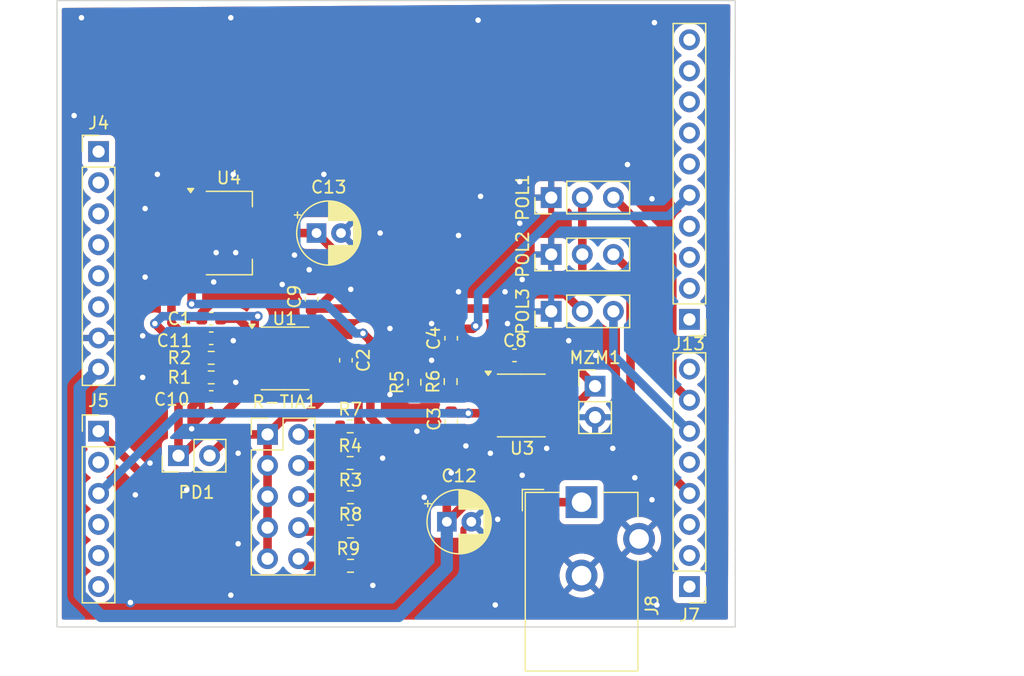
<source format=kicad_pcb>
(kicad_pcb (version 20240108) (generator "pcbnew") (generator_version "8.0")
  (title_block (rev "1"))
  (layers (0 "F.Cu" signal "Front") (31 "B.Cu" signal "Back") (34 "B.Paste" user) (35 "F.Paste" user) (36 "B.SilkS" user "B.Silkscreen") (37 "F.SilkS" user "F.Silkscreen") (38 "B.Mask" user) (39 "F.Mask" user) (44 "Edge.Cuts" user))
  (net 0 "")
  (net 1 "PhotoIn-")
  (net 2 "GND")
  (net 3 "TIAout")
  (net 4 "PhotoIn+")
  (net 5 "DCbias")
  (net 6 "MZMBiasOut")
  (net 7 "ACbias")
  (net 8 "5V")
  (net 9 "12V")
  (net 10 "Net-(U1A-+)")
  (net 11 "Net-(J7-Pin_6)")
  (net 25 "Net-(J7-Pin_4)")
  (net 26 "Net-(R-TIA1-Pin_2)")
  (net 27 "Net-(R-TIA1-Pin_8)")
  (net 28 "Net-(R-TIA1-Pin_10)")
  (net 29 "Net-(R-TIA1-Pin_4)")
  (net 34 "Net-(J7-Pin_7)")
  (net 37 "Net-(R-TIA1-Pin_6)")
  (net 44 "Net-(U3--)")
  (footprint "Connector_PinHeader_2.54mm:PinHeader_1x02_P2.54mm_Vertical" (layer "F.Cu") (at 131.295 112.455)
    (property "Reference" "MZM1" (at 0 -2.33 0) (layer "F.SilkS"))
    (property "Value" "Conn_01x02_2,54mm")
    (pad "1" thru_hole rect (at 0 0) (size 1.7 1.7) (drill 1) (layers "*.Cu" "*.Mask") (net 6 "MZMBiasOut"))
    (pad "2" thru_hole oval (at 0 2.54) (size 1.7 1.7) (drill 1) (layers "*.Cu" "*.Mask") (net 2 "GND"))
  )
  (footprint "Capacitor_SMD:C_0603_1608Metric" (layer "F.Cu") (at 119.54 108.54 90)
    (property "Reference" "C4" (at 0 -1.43 90) (layer "F.SilkS"))
    (property "Value" "100nF_0603")
    (pad "1" smd roundrect (at -0.775 0 90) (size 0.9 0.95) (layers "F.Cu" "F.Paste" "F.Mask") (net 6 "MZMBiasOut"))
    (pad "2" smd roundrect (at 0.775 0 90) (size 0.9 0.95) (layers "F.Cu" "F.Paste" "F.Mask") (net 7 "ACbias"))
  )
  (footprint "Package_SO:SOIC-8-1EP_3.9x4.9mm_P1.27mm_EP2.29x3mm" (layer "F.Cu") (at 105.97 110.19)
    (property "Reference" "U1" (at -0.03 -3.25 0) (layer "F.SilkS"))
    (property "Value" "ADA4625-2ARDZ")
    (pad "1" smd roundrect (at -2.475 -1.905) (size 1.95 0.6) (layers "F.Cu" "F.Paste" "F.Mask") (net 1 "PhotoIn-"))
    (pad "2" smd roundrect (at -2.475 -0.635) (size 1.95 0.6) (layers "F.Cu" "F.Paste" "F.Mask") (net 1 "PhotoIn-"))
    (pad "3" smd roundrect (at -2.475 0.635) (size 1.95 0.6) (layers "F.Cu" "F.Paste" "F.Mask") (net 10 "Net-(U1A-+)"))
    (pad "4" smd roundrect (at -2.475 1.905) (size 1.95 0.6) (layers "F.Cu" "F.Paste" "F.Mask") (net 2 "GND"))
    (pad "5" smd roundrect (at 2.475 1.905) (size 1.95 0.6) (layers "F.Cu" "F.Paste" "F.Mask") (net 1 "PhotoIn-"))
    (pad "6" smd roundrect (at 2.475 0.635) (size 1.95 0.6) (layers "F.Cu" "F.Paste" "F.Mask") (net 4 "PhotoIn+"))
    (pad "7" smd roundrect (at 2.475 -0.635) (size 1.95 0.6) (layers "F.Cu" "F.Paste" "F.Mask") (net 3 "TIAout"))
    (pad "8" smd roundrect (at 2.475 -1.905) (size 1.95 0.6) (layers "F.Cu" "F.Paste" "F.Mask") (net 8 "5V"))
    (pad "9" smd rect (at 0 0) (size 2.29 3) (property pad_prop_heatsink) (layers "F.Cu" "F.Mask"))
  )
  (footprint "Package_SO:SOIC-8_3.9x4.9mm_P1.27mm" (layer "F.Cu") (at 125.265 114.035)
    (property "Reference" "U3" (at 0.075 3.505 0) (layer "F.SilkS"))
    (property "Value" "OPA197xD")
    (pad "1" smd roundrect (at -2.475 -1.905) (size 1.95 0.6) (layers "F.Cu" "F.Paste" "F.Mask"))
    (pad "2" smd roundrect (at -2.475 -0.635) (size 1.95 0.6) (layers "F.Cu" "F.Paste" "F.Mask") (net 44 "Net-(U3--)"))
    (pad "3" smd roundrect (at -2.475 0.635) (size 1.95 0.6) (layers "F.Cu" "F.Paste" "F.Mask") (net 5 "DCbias"))
    (pad "4" smd roundrect (at -2.475 1.905) (size 1.95 0.6) (layers "F.Cu" "F.Paste" "F.Mask") (net 2 "GND"))
    (pad "5" smd roundrect (at 2.475 1.905) (size 1.95 0.6) (layers "F.Cu" "F.Paste" "F.Mask"))
    (pad "6" smd roundrect (at 2.475 0.635) (size 1.95 0.6) (layers "F.Cu" "F.Paste" "F.Mask") (net 6 "MZMBiasOut"))
    (pad "7" smd roundrect (at 2.475 -0.635) (size 1.95 0.6) (layers "F.Cu" "F.Paste" "F.Mask") (net 9 "12V"))
    (pad "8" smd roundrect (at 2.475 -1.905) (size 1.95 0.6) (layers "F.Cu" "F.Paste" "F.Mask"))
  )
  (footprint "Resistor_SMD:R_0603_1608Metric" (layer "F.Cu") (at 111.315 127.14 180)
    (property "Reference" "R9" (at 0.175 1.4 0) (layer "F.SilkS"))
    (property "Value" "47K")
    (pad "1" smd roundrect (at -0.825 0 180) (size 0.8 0.95) (layers "F.Cu" "F.Paste" "F.Mask") (net 3 "TIAout"))
    (pad "2" smd roundrect (at 0.825 0 180) (size 0.8 0.95) (layers "F.Cu" "F.Paste" "F.Mask") (net 28 "Net-(R-TIA1-Pin_10)"))
  )
  (footprint "Resistor_SMD:R_0603_1608Metric" (layer "F.Cu") (at 99.94 110.14 180)
    (property "Reference" "R2" (at 2.6 0 0) (layer "F.SilkS"))
    (property "Value" "47K")
    (pad "1" smd roundrect (at -0.825 0 180) (size 0.8 0.95) (layers "F.Cu" "F.Paste" "F.Mask") (net 10 "Net-(U1A-+)"))
    (pad "2" smd roundrect (at 0.825 0 180) (size 0.8 0.95) (layers "F.Cu" "F.Paste" "F.Mask") (net 8 "5V"))
  )
  (footprint "Resistor_SMD:R_0603_1608Metric" (layer "F.Cu") (at 99.94 111.74)
    (property "Reference" "R1" (at -2.6 0 0) (layer "F.SilkS"))
    (property "Value" "120K")
    (pad "1" smd roundrect (at -0.825 0) (size 0.8 0.95) (layers "F.Cu" "F.Paste" "F.Mask") (net 2 "GND"))
    (pad "2" smd roundrect (at 0.825 0) (size 0.8 0.95) (layers "F.Cu" "F.Paste" "F.Mask") (net 10 "Net-(U1A-+)"))
  )
  (footprint "Connector_PinHeader_2.54mm:PinHeader_1x03_P2.54mm_Vertical" (layer "F.Cu") (at 127.71 101.69 90)
    (property "Reference" "POL2" (at 0 -2.33 90) (layer "F.SilkS"))
    (property "Value" "Conn_01x03_2,54mm")
    (pad "1" thru_hole rect (at 0 0 90) (size 1.7 1.7) (drill 1) (layers "*.Cu" "*.Mask") (net 2 "GND"))
    (pad "2" thru_hole oval (at 0 2.54 90) (size 1.7 1.7) (drill 1) (layers "*.Cu" "*.Mask") (net 8 "5V"))
    (pad "3" thru_hole oval (at 0 5.08 90) (size 1.7 1.7) (drill 1) (layers "*.Cu" "*.Mask") (net 25 "Net-(J7-Pin_4)"))
  )
  (footprint "Resistor_SMD:R_0603_1608Metric" (layer "F.Cu") (at 116.54 112.14 90)
    (property "Reference" "R5" (at 0 -1.43 90) (layer "F.SilkS"))
    (property "Value" "22K")
    (pad "1" smd roundrect (at -0.825 0 90) (size 0.8 0.95) (layers "F.Cu" "F.Paste" "F.Mask") (net 44 "Net-(U3--)"))
    (pad "2" smd roundrect (at 0.825 0 90) (size 0.8 0.95) (layers "F.Cu" "F.Paste" "F.Mask") (net 2 "GND"))
  )
  (footprint "Resistor_SMD:R_0603_1608Metric" (layer "F.Cu") (at 111.315 124.34 180)
    (property "Reference" "R8" (at 0 1.4 0) (layer "F.SilkS"))
    (property "Value" "33K")
    (pad "1" smd roundrect (at -0.825 0 180) (size 0.8 0.95) (layers "F.Cu" "F.Paste" "F.Mask") (net 3 "TIAout"))
    (pad "2" smd roundrect (at 0.825 0 180) (size 0.8 0.95) (layers "F.Cu" "F.Paste" "F.Mask") (net 27 "Net-(R-TIA1-Pin_8)"))
  )
  (footprint "Connector_PinHeader_2.54mm:PinHeader_1x10_P2.54mm_Vertical" (layer "F.Cu") (at 139 107 180)
    (property "Reference" "J13" (at 0.06 -2.01 0) (layer "F.SilkS"))
    (property "Value" "Conn_01x10_2,54mm")
    (pad "1" thru_hole rect (at 0 0 180) (size 1.7 1.7) (drill 1) (layers "*.Cu" "*.Mask"))
    (pad "2" thru_hole oval (at 0 2.54 180) (size 1.7 1.7) (drill 1) (layers "*.Cu" "*.Mask"))
    (pad "3" thru_hole oval (at 0 5.08 180) (size 1.7 1.7) (drill 1) (layers "*.Cu" "*.Mask"))
    (pad "4" thru_hole oval (at 0 7.62 180) (size 1.7 1.7) (drill 1) (layers "*.Cu" "*.Mask"))
    (pad "5" thru_hole oval (at 0 10.16 180) (size 1.7 1.7) (drill 1) (layers "*.Cu" "*.Mask") (net 7 "ACbias"))
    (pad "6" thru_hole oval (at 0 12.7 180) (size 1.7 1.7) (drill 1) (layers "*.Cu" "*.Mask"))
    (pad "7" thru_hole oval (at 0 15.24 180) (size 1.7 1.7) (drill 1) (layers "*.Cu" "*.Mask"))
    (pad "8" thru_hole oval (at 0 17.78 180) (size 1.7 1.7) (drill 1) (layers "*.Cu" "*.Mask"))
    (pad "9" thru_hole oval (at 0 20.32 180) (size 1.7 1.7) (drill 1) (layers "*.Cu" "*.Mask"))
    (pad "10" thru_hole oval (at 0 22.86 180) (size 1.7 1.7) (drill 1) (layers "*.Cu" "*.Mask"))
  )
  (footprint "Package_TO_SOT_SMD:SOT-223-3_TabPin2" (layer "F.Cu") (at 101.39 99.94)
    (property "Reference" "U4" (at 0 -4.5 0) (layer "F.SilkS"))
    (property "Value" "LD1117S50TR_SOT223")
    (pad "1" smd roundrect (at -3.15 -2.3) (size 2 1.5) (layers "F.Cu" "F.Paste" "F.Mask") (net 2 "GND"))
    (pad "2" smd roundrect (at -3.15 0) (size 2 1.5) (layers "F.Cu" "F.Paste" "F.Mask") (net 8 "5V"))
    (pad "2" smd roundrect (at 3.15 0) (size 2 3.8) (layers "F.Cu" "F.Paste" "F.Mask") (net 8 "5V"))
    (pad "3" smd roundrect (at -3.15 2.3) (size 2 1.5) (layers "F.Cu" "F.Paste" "F.Mask") (net 9 "12V"))
  )
  (footprint "Connector_PinHeader_2.54mm:PinHeader_1x03_P2.54mm_Vertical" (layer "F.Cu") (at 127.71 106.34 90)
    (property "Reference" "POL3" (at 0 -2.33 90) (layer "F.SilkS"))
    (property "Value" "Conn_01x03_2,54mm")
    (pad "1" thru_hole rect (at 0 0 90) (size 1.7 1.7) (drill 1) (layers "*.Cu" "*.Mask") (net 2 "GND"))
    (pad "2" thru_hole oval (at 0 2.54 90) (size 1.7 1.7) (drill 1) (layers "*.Cu" "*.Mask") (net 8 "5V"))
    (pad "3" thru_hole oval (at 0 5.08 90) (size 1.7 1.7) (drill 1) (layers "*.Cu" "*.Mask") (net 11 "Net-(J7-Pin_6)"))
  )
  (footprint "Connector_PinHeader_2.54mm:PinHeader_2x05_P2.54mm_Vertical" (layer "F.Cu") (at 104.54 116.4)
    (property "Reference" "R-TIA1" (at 1.4 -2.66 0) (layer "F.SilkS"))
    (property "Value" "Conn_02x05_2,54mm")
    (pad "1" thru_hole rect (at 0 0) (size 1.7 1.7) (drill 1) (layers "*.Cu" "*.Mask") (net 4 "PhotoIn+"))
    (pad "2" thru_hole oval (at 2.54 0) (size 1.7 1.7) (drill 1) (layers "*.Cu" "*.Mask") (net 26 "Net-(R-TIA1-Pin_2)"))
    (pad "3" thru_hole oval (at 0 2.54) (size 1.7 1.7) (drill 1) (layers "*.Cu" "*.Mask") (net 4 "PhotoIn+"))
    (pad "4" thru_hole oval (at 2.54 2.54) (size 1.7 1.7) (drill 1) (layers "*.Cu" "*.Mask") (net 29 "Net-(R-TIA1-Pin_4)"))
    (pad "5" thru_hole oval (at 0 5.08) (size 1.7 1.7) (drill 1) (layers "*.Cu" "*.Mask") (net 4 "PhotoIn+"))
    (pad "6" thru_hole oval (at 2.54 5.08) (size 1.7 1.7) (drill 1) (layers "*.Cu" "*.Mask") (net 37 "Net-(R-TIA1-Pin_6)"))
    (pad "7" thru_hole oval (at 0 7.62) (size 1.7 1.7) (drill 1) (layers "*.Cu" "*.Mask") (net 4 "PhotoIn+"))
    (pad "8" thru_hole oval (at 2.54 7.62) (size 1.7 1.7) (drill 1) (layers "*.Cu" "*.Mask") (net 27 "Net-(R-TIA1-Pin_8)"))
    (pad "9" thru_hole oval (at 0 10.16) (size 1.7 1.7) (drill 1) (layers "*.Cu" "*.Mask") (net 4 "PhotoIn+"))
    (pad "10" thru_hole oval (at 2.54 10.16) (size 1.7 1.7) (drill 1) (layers "*.Cu" "*.Mask") (net 28 "Net-(R-TIA1-Pin_10)"))
  )
  (footprint "Capacitor_THT:CP_Radial_D5.0mm_P2.00mm" (layer "F.Cu") (at 108.54 99.94)
    (property "Reference" "C13" (at 1 -3.75 0) (layer "F.SilkS"))
    (property "Value" "22µF/50V")
    (pad "1" thru_hole rect (at 0 0) (size 1.6 1.6) (drill 0.8) (layers "*.Cu" "*.Mask") (net 8 "5V"))
    (pad "2" thru_hole circle (at 2 0) (size 1.6 1.6) (drill 0.8) (layers "*.Cu" "*.Mask") (net 2 "GND"))
  )
  (footprint "Connector_BarrelJack:BarrelJack_CUI_PJ-102AH_Horizontal" (layer "F.Cu") (at 130.19 121.94)
    (property "Reference" "J8" (at 5.75 8.45 90) (layer "F.SilkS"))
    (property "Value" "DC_Jack_2.5mm")
    (pad "1" thru_hole rect (at 0 0) (size 2.6 2.6) (drill 1.6) (layers "*.Cu" "*.Mask") (net 9 "12V"))
    (pad "2" thru_hole circle (at 0 6) (size 2.6 2.6) (drill 1.6) (layers "*.Cu" "*.Mask") (net 2 "GND"))
    (pad "3" thru_hole circle (at 4.7 3) (size 2.6 2.6) (drill 1.6) (layers "*.Cu" "*.Mask") (net 2 "GND"))
  )
  (footprint "Connector_PinHeader_2.54mm:PinHeader_1x02_P2.54mm_Vertical" (layer "F.Cu") (at 97.265 118.14 90)
    (property "Reference" "PD1" (at -3 1.475 180) (layer "F.SilkS"))
    (property "Value" "Conn_01x02_2,54mm")
    (pad "1" thru_hole rect (at 0 0 90) (size 1.7 1.7) (drill 1) (layers "*.Cu" "*.Mask") (net 1 "PhotoIn-"))
    (pad "2" thru_hole oval (at 0 2.54 90) (size 1.7 1.7) (drill 1) (layers "*.Cu" "*.Mask") (net 4 "PhotoIn+"))
  )
  (footprint "Capacitor_SMD:C_0603_1608Metric" (layer "F.Cu") (at 108.14 105.34 90)
    (property "Reference" "C9" (at 0.2 -1.4 90) (layer "F.SilkS"))
    (property "Value" "100nF_0603")
    (pad "1" smd roundrect (at -0.775 0 90) (size 0.9 0.95) (layers "F.Cu" "F.Paste" "F.Mask") (net 8 "5V"))
    (pad "2" smd roundrect (at 0.775 0 90) (size 0.9 0.95) (layers "F.Cu" "F.Paste" "F.Mask") (net 2 "GND"))
  )
  (footprint "Capacitor_SMD:C_0603_1608Metric" (layer "F.Cu") (at 119.54 115.34 -90)
    (property "Reference" "C3" (at -0.2 1.4 90) (layer "F.SilkS"))
    (property "Value" "100nF_0603")
    (pad "1" smd roundrect (at -0.775 0 270) (size 0.9 0.95) (layers "F.Cu" "F.Paste" "F.Mask") (net 5 "DCbias"))
    (pad "2" smd roundrect (at 0.775 0 270) (size 0.9 0.95) (layers "F.Cu" "F.Paste" "F.Mask") (net 2 "GND"))
  )
  (footprint "Capacitor_THT:CP_Radial_D5.0mm_P2.00mm" (layer "F.Cu") (at 119.184888 123.54)
    (property "Reference" "C12" (at 1 -3.75 0) (layer "F.SilkS"))
    (property "Value" "10µF/50V")
    (pad "1" thru_hole rect (at 0 0) (size 1.6 1.6) (drill 0.8) (layers "*.Cu" "*.Mask") (net 9 "12V"))
    (pad "2" thru_hole circle (at 2 0) (size 1.6 1.6) (drill 0.8) (layers "*.Cu" "*.Mask") (net 2 "GND"))
  )
  (footprint "Resistor_SMD:R_0603_1608Metric" (layer "F.Cu") (at 111.29 115.74 180)
    (property "Reference" "R7" (at 0 1.4 0) (layer "F.SilkS"))
    (property "Value" "10K")
    (pad "1" smd roundrect (at -0.825 0 180) (size 0.8 0.95) (layers "F.Cu" "F.Paste" "F.Mask") (net 3 "TIAout"))
    (pad "2" smd roundrect (at 0.825 0 180) (size 0.8 0.95) (layers "F.Cu" "F.Paste" "F.Mask") (net 26 "Net-(R-TIA1-Pin_2)"))
  )
  (footprint "Connector_PinHeader_2.54mm:PinHeader_1x06_P2.54mm_Vertical" (layer "F.Cu") (at 90.74 116.14)
    (property "Reference" "J5" (at 0 -2.5 0) (layer "F.SilkS"))
    (property "Value" "Conn_01x06_2,54mm")
    (pad "1" thru_hole rect (at 0 0) (size 1.7 1.7) (drill 1) (layers "*.Cu" "*.Mask") (net 3 "TIAout"))
    (pad "2" thru_hole oval (at 0 2.54) (size 1.7 1.7) (drill 1) (layers "*.Cu" "*.Mask"))
    (pad "3" thru_hole oval (at 0 5.08) (size 1.7 1.7) (drill 1) (layers "*.Cu" "*.Mask") (net 5 "DCbias"))
    (pad "4" thru_hole oval (at 0 7.62) (size 1.7 1.7) (drill 1) (layers "*.Cu" "*.Mask"))
    (pad "5" thru_hole oval (at 0 10.16) (size 1.7 1.7) (drill 1) (layers "*.Cu" "*.Mask"))
    (pad "6" thru_hole oval (at 0 12.7) (size 1.7 1.7) (drill 1) (layers "*.Cu" "*.Mask"))
  )
  (footprint "Connector_PinHeader_2.54mm:PinHeader_1x03_P2.54mm_Vertical" (layer "F.Cu") (at 127.71 97.04 90)
    (property "Reference" "POL1" (at 0 -2.33 90) (layer "F.SilkS"))
    (property "Value" "Conn_01x03_2,54mm")
    (pad "1" thru_hole rect (at 0 0 90) (size 1.7 1.7) (drill 1) (layers "*.Cu" "*.Mask") (net 2 "GND"))
    (pad "2" thru_hole oval (at 0 2.54 90) (size 1.7 1.7) (drill 1) (layers "*.Cu" "*.Mask") (net 8 "5V"))
    (pad "3" thru_hole oval (at 0 5.08 90) (size 1.7 1.7) (drill 1) (layers "*.Cu" "*.Mask") (net 34 "Net-(J7-Pin_7)"))
  )
  (footprint "Capacitor_SMD:C_0603_1608Metric" (layer "F.Cu") (at 124.715 109.94 180)
    (property "Reference" "C8" (at -0.025 1.2 0) (layer "F.SilkS"))
    (property "Value" "100nF_0603")
    (pad "1" smd roundrect (at -0.775 0 180) (size 0.9 0.95) (layers "F.Cu" "F.Paste" "F.Mask") (net 9 "12V"))
    (pad "2" smd roundrect (at 0.775 0 180) (size 0.9 0.95) (layers "F.Cu" "F.Paste" "F.Mask") (net 2 "GND"))
  )
  (footprint "Capacitor_SMD:C_0603_1608Metric" (layer "F.Cu") (at 99.94 106.94 180)
    (property "Reference" "C1" (at 2.6 0 0) (layer "F.SilkS"))
    (property "Value" "100nF_0603")
    (pad "1" smd roundrect (at -0.775 0 180) (size 0.9 0.95) (layers "F.Cu" "F.Paste" "F.Mask") (net 1 "PhotoIn-"))
    (pad "2" smd roundrect (at 0.775 0 180) (size 0.9 0.95) (layers "F.Cu" "F.Paste" "F.Mask") (net 2 "GND"))
  )
  (footprint "Capacitor_SMD:C_0603_1608Metric" (layer "F.Cu") (at 99.94 108.54)
    (property "Reference" "C11" (at -3 0.2 0) (layer "F.SilkS"))
    (property "Value" "100nF_0603")
    (pad "1" smd roundrect (at -0.775 0) (size 0.9 0.95) (layers "F.Cu" "F.Paste" "F.Mask") (net 8 "5V"))
    (pad "2" smd roundrect (at 0.775 0) (size 0.9 0.95) (layers "F.Cu" "F.Paste" "F.Mask") (net 2 "GND"))
  )
  (footprint "Resistor_SMD:R_0603_1608Metric" (layer "F.Cu") (at 111.29 118.74 180)
    (property "Reference" "R4" (at 0 1.4 0) (layer "F.SilkS"))
    (property "Value" "15K")
    (pad "1" smd roundrect (at -0.825 0 180) (size 0.8 0.95) (layers "F.Cu" "F.Paste" "F.Mask") (net 3 "TIAout"))
    (pad "2" smd roundrect (at 0.825 0 180) (size 0.8 0.95) (layers "F.Cu" "F.Paste" "F.Mask") (net 29 "Net-(R-TIA1-Pin_4)"))
  )
  (footprint "Connector_PinHeader_2.54mm:PinHeader_1x08_P2.54mm_Vertical" (layer "F.Cu") (at 139 128.84 180)
    (property "Reference" "J7" (at 0 -2.33 0) (layer "F.SilkS"))
    (property "Value" "Conn_01x08_2,54mm")
    (pad "1" thru_hole rect (at 0 0 180) (size 1.7 1.7) (drill 1) (layers "*.Cu" "*.Mask"))
    (pad "2" thru_hole oval (at 0 2.54 180) (size 1.7 1.7) (drill 1) (layers "*.Cu" "*.Mask"))
    (pad "3" thru_hole oval (at 0 5.08 180) (size 1.7 1.7) (drill 1) (layers "*.Cu" "*.Mask"))
    (pad "4" thru_hole oval (at 0 7.62 180) (size 1.7 1.7) (drill 1) (layers "*.Cu" "*.Mask") (net 25 "Net-(J7-Pin_4)"))
    (pad "5" thru_hole oval (at 0 10.16 180) (size 1.7 1.7) (drill 1) (layers "*.Cu" "*.Mask"))
    (pad "6" thru_hole oval (at 0 12.7 180) (size 1.7 1.7) (drill 1) (layers "*.Cu" "*.Mask") (net 11 "Net-(J7-Pin_6)"))
    (pad "7" thru_hole oval (at 0 15.24 180) (size 1.7 1.7) (drill 1) (layers "*.Cu" "*.Mask") (net 34 "Net-(J7-Pin_7)"))
    (pad "8" thru_hole oval (at 0 17.78 180) (size 1.7 1.7) (drill 1) (layers "*.Cu" "*.Mask"))
  )
  (footprint "Resistor_SMD:R_0603_1608Metric" (layer "F.Cu") (at 111.315 121.54 180)
    (property "Reference" "R3" (at 0 1.4 0) (layer "F.SilkS"))
    (property "Value" "22K")
    (pad "1" smd roundrect (at -0.825 0 180) (size 0.8 0.95) (layers "F.Cu" "F.Paste" "F.Mask") (net 3 "TIAout"))
    (pad "2" smd roundrect (at 0.825 0 180) (size 0.8 0.95) (layers "F.Cu" "F.Paste" "F.Mask") (net 37 "Net-(R-TIA1-Pin_6)"))
  )
  (footprint "Capacitor_SMD:C_0603_1608Metric" (layer "F.Cu") (at 110.94 110.34 -90)
    (property "Reference" "C2" (at 0 -1.43 90) (layer "F.SilkS"))
    (property "Value" "10pF_0603")
    (pad "1" smd roundrect (at -0.775 0 270) (size 0.9 0.95) (layers "F.Cu" "F.Paste" "F.Mask") (net 3 "TIAout"))
    (pad "2" smd roundrect (at 0.775 0 270) (size 0.9 0.95) (layers "F.Cu" "F.Paste" "F.Mask") (net 4 "PhotoIn+"))
  )
  (footprint "Connector_PinHeader_2.54mm:PinHeader_1x08_P2.54mm_Vertical" (layer "F.Cu") (at 90.74 93.28)
    (property "Reference" "J4" (at 0 -2.33 0) (layer "F.SilkS"))
    (property "Value" "Conn_01x08_2,54mm")
    (pad "1" thru_hole rect (at 0 0) (size 1.7 1.7) (drill 1) (layers "*.Cu" "*.Mask"))
    (pad "2" thru_hole oval (at 0 2.54) (size 1.7 1.7) (drill 1) (layers "*.Cu" "*.Mask"))
    (pad "3" thru_hole oval (at 0 5.08) (size 1.7 1.7) (drill 1) (layers "*.Cu" "*.Mask"))
    (pad "4" thru_hole oval (at 0 7.62) (size 1.7 1.7) (drill 1) (layers "*.Cu" "*.Mask"))
    (pad "5" thru_hole oval (at 0 10.16) (size 1.7 1.7) (drill 1) (layers "*.Cu" "*.Mask"))
    (pad "6" thru_hole oval (at 0 12.7) (size 1.7 1.7) (drill 1) (layers "*.Cu" "*.Mask"))
    (pad "7" thru_hole oval (at 0 15.24) (size 1.7 1.7) (drill 1) (layers "*.Cu" "*.Mask") (net 2 "GND"))
    (pad "8" thru_hole oval (at 0 17.78) (size 1.7 1.7) (drill 1) (layers "*.Cu" "*.Mask") (net 9 "12V"))
  )
  (footprint "Capacitor_SMD:C_0603_1608Metric" (layer "F.Cu") (at 99.94 113.34)
    (property "Reference" "C10" (at -3.225 0.2 0) (layer "F.SilkS"))
    (property "Value" "100nF_0603")
    (pad "1" smd roundrect (at -0.775 0) (size 0.9 0.95) (layers "F.Cu" "F.Paste" "F.Mask") (net 2 "GND"))
    (pad "2" smd roundrect (at 0.775 0) (size 0.9 0.95) (layers "F.Cu" "F.Paste" "F.Mask") (net 10 "Net-(U1A-+)"))
  )
  (footprint "Resistor_SMD:R_0603_1608Metric" (layer "F.Cu") (at 119.495 112.08 90)
    (property "Reference" "R6" (at 0 -1.43 90) (layer "F.SilkS"))
    (property "Value" "82K")
    (pad "1" smd roundrect (at -0.825 0 90) (size 0.8 0.95) (layers "F.Cu" "F.Paste" "F.Mask") (net 44 "Net-(U3--)"))
    (pad "2" smd roundrect (at 0.825 0 90) (size 0.8 0.95) (layers "F.Cu" "F.Paste" "F.Mask") (net 6 "MZMBiasOut"))
  )
  (gr_rect (start 87.34 80.94) (end 142.74 132.14) (stroke (width 0.1)) (fill none) (layer "Edge.Cuts"))
  (segment (start 103.495 109.555) (end 103.495 108.285) (width 0.7) (layer "F.Cu") (net 1))
  (segment (start 101.715 113.965) (end 97.54 118.14) (width 0.7) (layer "F.Cu") (net 1))
  (segment (start 97.265 109.265) (end 97.265 118.14) (width 0.7) (layer "F.Cu") (net 1))
  (segment (start 102.735 112.945) (end 101.715 113.965) (width 0.7) (layer "F.Cu") (net 1))
  (segment (start 103.495 108.285) (end 103.495 106.985) (width 0.7) (layer "F.Cu") (net 1))
  (segment (start 103.495 106.985) (end 103.74 106.74) (width 0.7) (layer "F.Cu") (net 1))
  (segment (start 103.495 108.285) (end 102.15 106.94) (width 0.7) (layer "F.Cu") (net 1))
  (segment (start 95.34 107.34) (end 97.265 109.265) (width 0.7) (layer "F.Cu") (net 1))
  (segment (start 108.445 112.095) (end 107.595 112.945) (width 0.7) (layer "F.Cu") (net 1))
  (segment (start 102.15 106.94) (end 100.715 106.94) (width 0.7) (layer "F.Cu") (net 1))
  (segment (start 107.595 112.945) (end 102.735 112.945) (width 0.7) (layer "F.Cu") (net 1))
  (segment (start 97.54 118.14) (end 97.265 118.14) (width 0.7) (layer "F.Cu") (net 1))
  (via (at 103.74 106.74) (size 0.8) (drill 0.45) (layers "F.Cu" "B.Cu") (net 1))
  (via (at 95.34 107.34) (size 0.8) (drill 0.45) (layers "F.Cu" "B.Cu") (net 1))
  (segment (start 95.94 106.74) (end 95.34 107.34) (width 0.7) (layer "B.Cu") (net 1))
  (segment (start 103.74 106.74) (end 95.94 106.74) (width 0.7) (layer "B.Cu") (net 1))
  (segment (start 99.115 111.74) (end 99.115 113.29) (width 0.7) (layer "F.Cu") (net 2))
  (segment (start 99.165 106.94) (end 99.165 106.465) (width 0.7) (layer "F.Cu") (net 2))
  (segment (start 101.74 108.74) (end 100.915 108.74) (width 0.7) (layer "F.Cu") (net 2))
  (segment (start 99.115 113.29) (end 99.165 113.34) (width 0.7) (layer "F.Cu") (net 2))
  (segment (start 101.94 112.14) (end 102.035 112.045) (width 0.7) (layer "F.Cu") (net 2))
  (segment (start 98.34 114.165) (end 99.165 113.34) (width 0.7) (layer "F.Cu") (net 2))
  (segment (start 120.54 124.14) (end 120.54 124.94) (width 0.5) (layer "F.Cu") (net 2))
  (segment (start 121.14 123.54) (end 120.54 124.14) (width 0.5) (layer "F.Cu") (net 2))
  (segment (start 102.035 112.045) (end 103.107792 112.045) (width 0.7) (layer "F.Cu") (net 2))
  (segment (start 99.165 106.465) (end 100.14 105.49) (width 0.7) (layer "F.Cu") (net 2))
  (segment (start 100.915 108.74) (end 100.715 108.54) (width 0.7) (layer "F.Cu") (net 2))
  (segment (start 121.184888 123.54) (end 121.14 123.54) (width 0.5) (layer "F.Cu") (net 2))
  (segment (start 100.14 105.49) (end 100.14 103.94) (width 0.7) (layer "F.Cu") (net 2))
  (segment (start 98.34 115.94) (end 98.34 114.165) (width 0.7) (layer "F.Cu") (net 2))
  (via (at 101.94 112.14) (size 0.8) (drill 0.45) (layers "F.Cu" "B.Cu") (net 2))
  (via (at 117.94 110.34) (size 0.8) (drill 0.45) (layers "F.Cu" "B.Cu") (net 2))
  (via (at 94.94 118.74) (size 0.8) (drill 0.45) (layers "F.Cu" "B.Cu") (net 2))
  (via (at 95.54 95.14) (size 0.8) (drill 0.45) (layers "F.Cu" "B.Cu") (net 2))
  (via (at 116.74 116.14) (size 0.8) (drill 0.45) (layers "F.Cu" "B.Cu") (net 2))
  (via (at 122.74 117.94) (size 0.8) (drill 0.45) (layers "F.Cu" "B.Cu") (net 2))
  (via (at 114.54 107.74) (size 0.8) (drill 0.45) (layers "F.Cu" "B.Cu") (net 2))
  (via (at 117.34 121.54) (size 0.8) (drill 0.45) (layers "F.Cu" "B.Cu") (net 2))
  (via (at 125.34 119.74) (size 0.8) (drill 0.45) (layers "F.Cu" "B.Cu") (net 2))
  (via (at 129.14 108.74) (size 0.8) (drill 0.45) (layers "F.Cu" "B.Cu") (net 2))
  (via (at 109.14 95.14) (size 0.8) (drill 0.45) (layers "F.Cu" "B.Cu") (net 2))
  (via (at 123.34 123.34) (size 0.8) (drill 0.45) (layers "F.Cu" "B.Cu") (net 2))
  (via (at 94.34 111.74) (size 0.8) (drill 0.45) (layers "F.Cu" "B.Cu") (net 2))
  (via (at 107.94 102.94) (size 0.8) (drill 0.45) (layers "F.Cu" "B.Cu") (net 2))
  (via (at 120.14 104.74) (size 0.8) (drill 0.45) (layers "F.Cu" "B.Cu") (net 2))
  (via (at 97.94 120.94) (size 0.8) (drill 0.45) (layers "F.Cu" "B.Cu") (net 2))
  (via (at 101.54 82.34) (size 0.8) (drill 0.45) (layers "F.Cu" "B.Cu") (net 2))
  (via (at 123.94 104.74) (size 0.8) (drill 0.45) (layers "F.Cu" "B.Cu") (net 2))
  (via (at 113.14 128.74) (size 0.8) (drill 0.45) (layers "F.Cu" "B.Cu") (net 2))
  (via (at 121.74 82.54) (size 0.8) (drill 0.45) (layers "F.Cu" "B.Cu") (net 2))
  (via (at 101.94 101.54) (size 0.8) (drill 0.45) (layers "F.Cu" "B.Cu") (net 2))
  (via (at 101.74 108.74) (size 0.8) (drill 0.45) (layers "F.Cu" "B.Cu") (net 2))
  (via (at 121.94 96.94) (size 0.8) (drill 0.45) (layers "F.Cu" "B.Cu") (net 2))
  (via (at 120.14 100.14) (size 0.8) (drill 0.45) (layers "F.Cu" "B.Cu") (net 2))
  (via (at 135.94 121.74) (size 0.8) (drill 0.45) (layers "F.Cu" "B.Cu") (net 2))
  (via (at 113.94 118.34) (size 0.8) (drill 0.45) (layers "F.Cu" "B.Cu") (net 2))
  (via (at 89.34 82.34) (size 0.8) (drill 0.45) (layers "F.Cu" "B.Cu") (net 2))
  (via (at 117.94 107.34) (size 0.8) (drill 0.45) (layers "F.Cu" "B.Cu") (net 2))
  (via (at 100.14 103.94) (size 0.8) (drill 0.45) (layers "F.Cu" "B.Cu") (net 2))
  (via (at 136.34 130.34) (size 0.8) (drill 0.45) (layers "F.Cu" "B.Cu") (net 2))
  (via (at 127.34 117.54) (size 0.8) (drill 0.45) (layers "F.Cu" "B.Cu") (net 2))
  (via (at 98.34 115.94) (size 0.8) (drill 0.45) (layers "F.Cu" "B.Cu") (net 2))
  (via (at 93.34 130.14) (size 0.8) (drill 0.45) (layers "F.Cu" "B.Cu") (net 2))
  (via (at 132.74 117.54) (size 0.8) (drill 0.45) (layers "F.Cu" "B.Cu") (net 2))
  (via (at 136.14 82.74) (size 0.8) (drill 0.45) (layers "F.Cu" "B.Cu") (net 2))
  (via (at 106.74 101.74) (size 0.8) (drill 0.45) (layers "F.Cu" "B.Cu") (net 2))
  (via (at 134.54 119.94) (size 0.8) (drill 0.45) (layers "F.Cu" "B.Cu") (net 2))
  (via (at 94.54 103.54) (size 0.8) (drill 0.45) (layers "F.Cu" "B.Cu") (net 2))
  (via (at 111.34 104.54) (size 0.8) (drill 0.45) (layers "F.Cu" "B.Cu") (net 2))
  (via (at 94.34 108.34) (size 0.8) (drill 0.45) (layers "F.Cu" "B.Cu") (net 2))
  (via (at 125.14 99.14) (size 0.8) (drill 0.45) (layers "F.Cu" "B.Cu") (net 2))
  (via (at 94.54 97.94) (size 0.8) (drill 0.45) (layers "F.Cu" "B.Cu") (net 2))
  (via (at 114.54 113.14) (size 0.8) (drill 0.45) (layers "F.Cu" "B.Cu") (net 2))
  (via (at 88.74 90.34) (size 0.8) (drill 0.45) (layers "F.Cu" "B.Cu") (net 2))
  (via (at 123.14 130.34) (size 0.8) (drill 0.45) (layers "F.Cu" "B.Cu") (net 2))
  (via (at 120.74 117.34) (size 0.8) (drill 0.45) (layers "F.Cu" "B.Cu") (net 2))
  (via (at 101.54 129.54) (size 0.8) (drill 0.45) (layers "F.Cu" "B.Cu") (net 2))
  (via (at 131.34 109.94) (size 0.8) (drill 0.45) (layers "F.Cu" "B.Cu") (net 2))
  (via (at 125.14 95.74) (size 0.8) (drill 0.45) (layers "F.Cu" "B.Cu") (net 2))
  (via (at 133.94 94.34) (size 0.8) (drill 0.45) (layers "F.Cu" "B.Cu") (net 2))
  (via (at 101.74 95.14) (size 0.8) (drill 0.45) (layers "F.Cu" "B.Cu") (net 2))
  (via (at 124.14 107.34) (size 0.8) (drill 0.45) (layers "F.Cu" "B.Cu") (net 2))
  (via (at 102.14 117.94) (size 0.8) (drill 0.45) (layers "F.Cu" "B.Cu") (net 2))
  (via (at 105.74 104.14) (size 0.8) (drill 0.45) (layers "F.Cu" "B.Cu") (net 2))
  (via (at 100.34 101.54) (size 0.8) (drill 0.45) (layers "F.Cu" "B.Cu") (net 2))
  (via (at 135.94 97.14) (size 0.8) (drill 0.45) (layers "F.Cu" "B.Cu") (net 2))
  (via (at 125.34 103.74) (size 0.8) (drill 0.45) (layers "F.Cu" "B.Cu") (net 2))
  (via (at 119.54 119.54) (size 0.8) (drill 0.45) (layers "F.Cu" "B.Cu") (net 2))
  (via (at 102.14 125.34) (size 0.8) (drill 0.45) (layers "F.Cu" "B.Cu") (net 2))
  (via (at 113.74 99.94) (size 0.8) (drill 0.45) (layers "F.Cu" "B.Cu") (net 2))
  (via (at 93.74 121.34) (size 0.8) (drill 0.45) (layers "F.Cu" "B.Cu") (net 2))
  (segment (start 90.74 116.14) (end 102.765 128.165) (width 0.7) (layer "F.Cu") (net 3))
  (segment (start 111.965 110.365) (end 111.165 109.565) (width 0.7) (layer "F.Cu") (net 3))
  (segment (start 111.965 110.365) (end 111.965 115.59) (width 0.7) (layer "F.Cu") (net 3))
  (segment (start 112.14 121.54) (end 112.14 124.34) (width 0.7) (layer "F.Cu") (net 3))
  (segment (start 112.115 121.515) (end 112.14 121.54) (width 0.7) (layer "F.Cu") (net 3))
  (segment (start 112.115 118.74) (end 112.115 121.515) (width 0.7) (layer "F.Cu") (net 3))
  (segment (start 102.765 128.165) (end 111.115 128.165) (width 0.7) (layer "F.Cu") (net 3))
  (segment (start 108.445 109.555) (end 110.93 109.555) (width 0.7) (layer "F.Cu") (net 3))
  (segment (start 111.965 115.59) (end 112.115 115.74) (width 0.7) (layer "F.Cu") (net 3))
  (segment (start 111.115 128.165) (end 112.14 127.14) (width 0.7) (layer "F.Cu") (net 3))
  (segment (start 112.115 115.74) (end 112.115 118.74) (width 0.7) (layer "F.Cu") (net 3))
  (segment (start 112.14 127.14) (end 112.14 124.34) (width 0.7) (layer "F.Cu") (net 3))
  (segment (start 111.165 109.565) (end 110.94 109.565) (width 0.7) (layer "F.Cu") (net 3))
  (segment (start 110.93 109.555) (end 110.94 109.565) (width 0.7) (layer "F.Cu") (net 3))
  (segment (start 104.54 116.4) (end 104.54 118.94) (width 0.7) (layer "F.Cu") (net 4))
  (segment (start 110.65 110.825) (end 110.94 111.115) (width 0.7) (layer "F.Cu") (net 4))
  (segment (start 104.54 124.02) (end 104.54 126.56) (width 0.7) (layer "F.Cu") (net 4))
  (segment (start 104.54 116.4) (end 101.545 116.4) (width 0.7) (layer "F.Cu") (net 4))
  (segment (start 104.54 118.94) (end 104.54 121.48) (width 0.7) (layer "F.Cu") (net 4))
  (segment (start 107.509106 115) (end 105.94 115) (width 0.7) (layer "F.Cu") (net 4))
  (segment (start 110.94 111.115) (end 110.94 111.569106) (width 0.7) (layer "F.Cu") (net 4))
  (segment (start 108.445 110.825) (end 110.65 110.825) (width 0.7) (layer "F.Cu") (net 4))
  (segment (start 101.545 116.4) (end 99.805 118.14) (width 0.7) (layer "F.Cu") (net 4))
  (segment (start 105.94 115) (end 104.54 116.4) (width 0.7) (layer "F.Cu") (net 4))
  (segment (start 104.54 121.48) (end 104.54 124.02) (width 0.7) (layer "F.Cu") (net 4))
  (segment (start 110.94 111.569106) (end 107.509106 115) (width 0.7) (layer "F.Cu") (net 4))
  (segment (start 119.645 114.67) (end 119.54 114.565) (width 0.7) (layer "F.Cu") (net 5))
  (segment (start 122.79 114.67) (end 120.94 114.67) (width 0.7) (layer "F.Cu") (net 5))
  (segment (start 120.94 114.67) (end 119.645 114.67) (width 0.7) (layer "F.Cu") (net 5))
  (via (at 120.94 114.67) (size 0.8) (drill 0.45) (layers "F.Cu" "B.Cu") (net 5))
  (segment (start 90.74 121.22) (end 97.29 114.67) (width 0.7) (layer "B.Cu") (net 5))
  (segment (start 97.29 114.67) (end 120.94 114.67) (width 0.7) (layer "B.Cu") (net 5))
  (segment (start 127.755 108.915) (end 131.295 112.455) (width 0.7) (layer "F.Cu") (net 6))
  (segment (start 119.54 109.315) (end 119.94 108.915) (width 0.7) (layer "F.Cu") (net 6))
  (segment (start 129.08 114.67) (end 131.295 112.455) (width 0.7) (layer "F.Cu") (net 6))
  (segment (start 119.495 109.36) (end 119.54 109.315) (width 0.7) (layer "F.Cu") (net 6))
  (segment (start 119.495 111.255) (end 119.495 109.36) (width 0.7) (layer "F.Cu") (net 6))
  (segment (start 119.94 108.915) (end 127.755 108.915) (width 0.7) (layer "F.Cu") (net 6))
  (segment (start 127.74 114.67) (end 129.08 114.67) (width 0.7) (layer "F.Cu") (net 6))
  (segment (start 119.54 107.765) (end 121.315 107.765) (width 0.7) (layer "F.Cu") (net 7))
  (segment (start 121.315 107.765) (end 121.54 107.54) (width 0.7) (layer "F.Cu") (net 7))
  (via (at 121.54 107.54) (size 0.8) (drill 0.45) (layers "F.Cu" "B.Cu") (net 7))
  (segment (start 128.06 98.54) (end 137.3 98.54) (width 0.7) (layer "B.Cu") (net 7))
  (segment (start 137.3 98.54) (end 139 96.84) (width 0.7) (layer "B.Cu") (net 7))
  (segment (start 121.74 104.86) (end 128.06 98.54) (width 0.7) (layer "B.Cu") (net 7))
  (segment (start 121.54 107.54) (end 121.74 107.34) (width 0.7) (layer "B.Cu") (net 7))
  (segment (start 121.74 107.34) (end 121.74 104.86) (width 0.7) (layer "B.Cu") (net 7))
  (segment (start 130.25 103.54) (end 128.85 104.94) (width 0.7) (layer "F.Cu") (net 8))
  (segment (start 104.54 99.94) (end 98.24 99.94) (width 0.7) (layer "F.Cu") (net 8))
  (segment (start 130.25 101.69) (end 130.25 103.54) (width 0.7) (layer "F.Cu") (net 8))
  (segment (start 96.69 107.29) (end 97.94 108.54) (width 0.7) (layer "F.Cu") (net 8))
  (segment (start 109.94 104.79) (end 109.94 101.34) (width 0.7) (layer "F.Cu") (net 8))
  (segment (start 108.14 106.115) (end 108.615 106.115) (width 0.7) (layer "F.Cu") (net 8))
  (segment (start 108.54 99.94) (end 104.54 99.94) (width 0.7) (layer "F.Cu") (net 8))
  (segment (start 108.14 106.115) (end 108.14 107.98) (width 0.7) (layer "F.Cu") (net 8))
  (segment (start 128.85 104.94) (end 130.25 106.34) (width 0.7) (layer "F.Cu") (net 8))
  (segment (start 109.94 101.34) (end 108.54 99.94) (width 0.7) (layer "F.Cu") (net 8))
  (segment (start 108.14 106.115) (end 125.135 106.115) (width 0.7) (layer "F.Cu") (net 8))
  (segment (start 99.165 110.09) (end 99.115 110.14) (width 0.7) (layer "F.Cu") (net 8))
  (segment (start 108.14 107.98) (end 108.445 108.285) (width 0.7) (layer "F.Cu") (net 8))
  (segment (start 130.25 101.69) (end 130.25 97.04) (width 0.7) (layer "F.Cu") (net 8))
  (segment (start 97.24 99.94) (end 96.69 100.49) (width 0.7) (layer "F.Cu") (net 8))
  (segment (start 108.615 106.115) (end 109.94 104.79) (width 0.7) (layer "F.Cu") (net 8))
  (segment (start 97.94 108.54) (end 99.165 108.54) (width 0.7) (layer "F.Cu") (net 8))
  (segment (start 125.135 106.115) (end 126.31 104.94) (width 0.7) (layer "F.Cu") (net 8))
  (segment (start 99.165 108.54) (end 99.165 110.09) (width 0.7) (layer "F.Cu") (net 8))
  (segment (start 126.31 104.94) (end 128.85 104.94) (width 0.7) (layer "F.Cu") (net 8))
  (segment (start 96.69 100.49) (end 96.69 107.29) (width 0.7) (layer "F.Cu") (net 8))
  (segment (start 98.24 99.94) (end 97.24 99.94) (width 0.7) (layer "F.Cu") (net 8))
  (segment (start 127.74 113.4) (end 126.43 113.4) (width 0.7) (layer "F.Cu") (net 9))
  (segment (start 126.43 113.4) (end 125.49 114.34) (width 0.7) (layer "F.Cu") (net 9))
  (segment (start 119.184888 123.54) (end 119.275699 123.54) (width 0.7) (layer "F.Cu") (net 9))
  (segment (start 125.49 114.34) (end 125.49 109.94) (width 0.7) (layer "F.Cu") (net 9))
  (segment (start 98.34 102.34) (end 98.24 102.24) (width 0.7) (layer "F.Cu") (net 9))
  (segment (start 119.184888 121.268686) (end 112.94 115.023798) (width 0.7) (layer "F.Cu") (net 9))
  (segment (start 112.94 108.74) (end 112.34 108.14) (width 0.7) (layer "F.Cu") (net 9))
  (segment (start 112.94 115.023798) (end 112.94 108.74) (width 0.7) (layer "F.Cu") (net 9))
  (segment (start 119.184888 123.54) (end 125.49 117.234888) (width 0.7) (layer "F.Cu") (net 9))
  (segment (start 120.875699 121.94) (end 130.19 121.94) (width 0.7) (layer "F.Cu") (net 9))
  (segment (start 119.275699 123.54) (end 120.875699 121.94) (width 0.7) (layer "F.Cu") (net 9))
  (segment (start 98.34 105.74) (end 98.34 102.34) (width 0.7) (layer "F.Cu") (net 9))
  (segment (start 119.184888 123.54) (end 119.184888 121.268686) (width 0.7) (layer "F.Cu") (net 9))
  (segment (start 125.49 117.234888) (end 125.49 114.34) (width 0.7) (layer "F.Cu") (net 9))
  (via (at 112.34 108.14) (size 0.8) (drill 0.45) (layers "F.Cu" "B.Cu") (net 9))
  (via (at 98.34 105.74) (size 0.8) (drill 0.45) (layers "F.Cu" "B.Cu") (net 9))
  (segment (start 90.74 111.06) (end 89.19 112.61) (width 1) (layer "B.Cu") (net 9))
  (segment (start 89.19 112.61) (end 89.19 129.482032) (width 1) (layer "B.Cu") (net 9))
  (segment (start 89.19 129.482032) (end 90.947968 131.24) (width 1) (layer "B.Cu") (net 9))
  (segment (start 90.947968 131.24) (end 115.24 131.24) (width 1) (layer "B.Cu") (net 9))
  (segment (start 112.34 108.14) (end 111.74 108.14) (width 0.7) (layer "B.Cu") (net 9))
  (segment (start 109.34 105.74) (end 98.34 105.74) (width 0.7) (layer "B.Cu") (net 9))
  (segment (start 111.74 108.14) (end 109.34 105.74) (width 0.7) (layer "B.Cu") (net 9))
  (segment (start 115.24 131.24) (end 119.184888 127.295112) (width 1) (layer "B.Cu") (net 9))
  (segment (start 119.184888 127.295112) (end 119.184888 123.54) (width 1) (layer "B.Cu") (net 9))
  (segment (start 100.715 113.34) (end 100.715 111.79) (width 0.7) (layer "F.Cu") (net 10))
  (segment (start 101.68 110.825) (end 103.495 110.825) (width 0.7) (layer "F.Cu") (net 10))
  (segment (start 100.715 111.79) (end 100.765 111.74) (width 0.7) (layer "F.Cu") (net 10))
  (segment (start 100.765 111.74) (end 101.68 110.825) (width 0.7) (layer "F.Cu") (net 10))
  (segment (start 100.765 111.74) (end 100.765 110.14) (width 0.7) (layer "F.Cu") (net 10))
  (segment (start 132.79 109.93) (end 139 116.14) (width 0.7) (layer "B.Cu") (net 11))
  (segment (start 132.79 106.34) (end 132.79 109.93) (width 0.7) (layer "B.Cu") (net 11))
  (segment (start 134.19 116.41) (end 139 121.22) (width 0.7) (layer "F.Cu") (net 25))
  (segment (start 134.19 103.09) (end 134.19 116.41) (width 0.7) (layer "F.Cu") (net 25))
  (segment (start 132.79 101.69) (end 134.19 103.09) (width 0.7) (layer "F.Cu") (net 25))
  (segment (start 109.805 116.4) (end 107.08 116.4) (width 0.7) (layer "F.Cu") (net 26))
  (segment (start 110.465 115.74) (end 109.805 116.4) (width 0.7) (layer "F.Cu") (net 26))
  (segment (start 110.49 124.34) (end 107.4 124.34) (width 0.7) (layer "F.Cu") (net 27))
  (segment (start 110.465 124.315) (end 110.49 124.34) (width 0.7) (layer "F.Cu") (net 27))
  (segment (start 107.4 124.34) (end 107.08 124.02) (width 0.7) (layer "F.Cu") (net 27))
  (segment (start 110.49 127.14) (end 107.66 127.14) (width 0.7) (layer "F.Cu") (net 28))
  (segment (start 107.66 127.14) (end 107.08 126.56) (width 0.7) (layer "F.Cu") (net 28))
  (segment (start 107.08 118.94) (end 110.265 118.94) (width 0.7) (layer "F.Cu") (net 29))
  (segment (start 110.49 118.765) (end 110.465 118.74) (width 0.7) (layer "F.Cu") (net 29))
  (segment (start 110.265 118.94) (end 110.465 118.74) (width 0.7) (layer "F.Cu") (net 29))
  (segment (start 137.6 112.2) (end 139 113.6) (width 0.7) (layer "F.Cu") (net 34))
  (segment (start 137.6 101.85) (end 137.6 112.2) (width 0.7) (layer "F.Cu") (net 34))
  (segment (start 132.79 97.04) (end 137.6 101.85) (width 0.7) (layer "F.Cu") (net 34))
  (segment (start 110.49 121.54) (end 107.14 121.54) (width 0.7) (layer "F.Cu") (net 37))
  (segment (start 107.14 121.54) (end 107.08 121.48) (width 0.7) (layer "F.Cu") (net 37))
  (segment (start 119.495 112.905) (end 119.99 113.4) (width 0.7) (layer "F.Cu") (net 44))
  (segment (start 119.435 112.965) (end 119.495 112.905) (width 0.7) (layer "F.Cu") (net 44))
  (segment (start 116.54 112.965) (end 119.435 112.965) (width 0.7) (layer "F.Cu") (net 44))
  (segment (start 119.99 113.4) (end 122.79 113.4) (width 0.7) (layer "F.Cu") (net 44))
  (zone (net 2) (net_name "GND") (layers "F&B.Cu") (priority 1) (connect_pads (clearance 0.508)) (min_thickness 0.25) (fill yes (thermal_gap 0.5) (thermal_bridge_width 0.5))
    (polygon (pts (xy 87.74 81.54) (xy 87.74 131.54) (xy 142.14 131.54) (xy 142.34 81.14)))
  )
)
</source>
